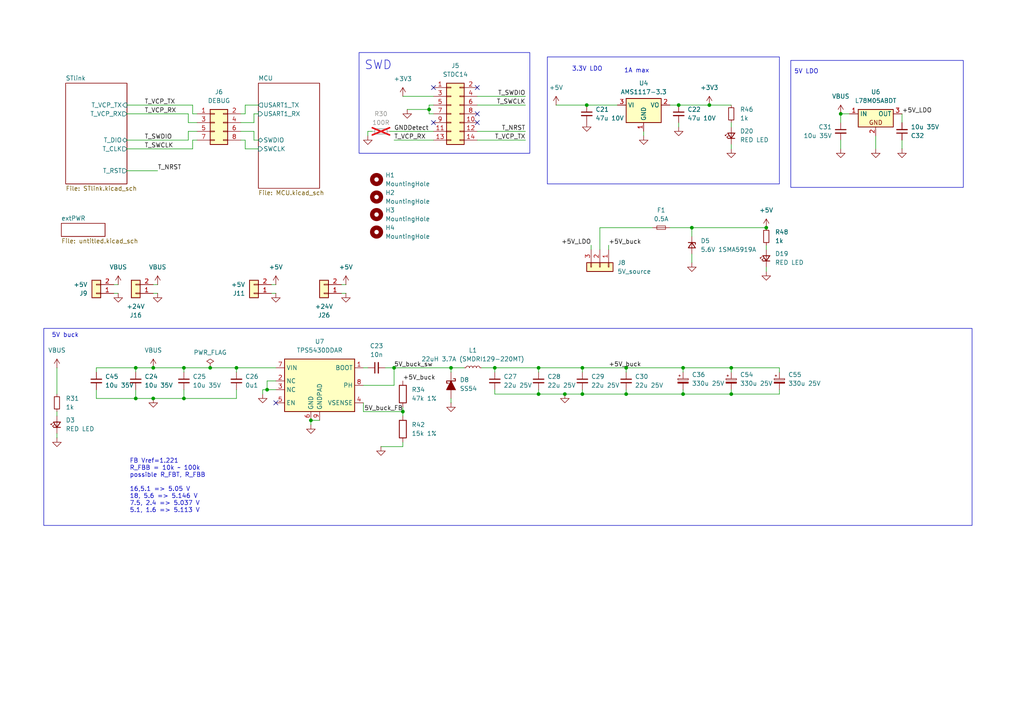
<source format=kicad_sch>
(kicad_sch (version 20231120) (generator "eeschema") (generator_version "8.0")
  (paper "A4")
  (lib_symbols
    (symbol "Connector_Generic:Conn_01x02" (pin_names (offset 1.016) hide)
      (property "Reference" "J" (at 0 2.54 0))
      (property "Value" "Conn_01x02" (at 0 -5.08 0))
      (symbol "Conn_01x02_1_1"
        (rectangle (start -1.27 -2.413) (end 0 -2.667) (stroke (width 0.1524)))
        (rectangle (start -1.27 0.127) (end 0 -0.127) (stroke (width 0.1524)))
        (rectangle (start -1.27 1.27) (end 1.27 -3.81) (stroke (width 0.254)) (fill (type background)))
        (pin passive line (at -5.08 0 0) (length 3.81) (name "Pin_1") (number "1"))
        (pin passive line (at -5.08 -2.54 0) (length 3.81) (name "Pin_2") (number "2"))
      )
    )
    (symbol "Connector_Generic:Conn_01x03" (pin_names (offset 1.016) hide)
      (property "Reference" "J" (at 0 5.08 0))
      (property "Value" "Conn_01x03" (at 0 -5.08 0))
      (symbol "Conn_01x03_1_1"
        (rectangle (start -1.27 -2.413) (end 0 -2.667) (stroke (width 0.1524)))
        (rectangle (start -1.27 0.127) (end 0 -0.127) (stroke (width 0.1524)))
        (rectangle (start -1.27 2.667) (end 0 2.413) (stroke (width 0.1524)))
        (rectangle (start -1.27 3.81) (end 1.27 -3.81) (stroke (width 0.254)) (fill (type background)))
        (pin passive line (at -5.08 2.54 0) (length 3.81) (name "Pin_1") (number "1"))
        (pin passive line (at -5.08 0 0) (length 3.81) (name "Pin_2") (number "2"))
        (pin passive line (at -5.08 -2.54 0) (length 3.81) (name "Pin_3") (number "3"))
      )
    )
    (symbol "Connector_Generic:Conn_02x04_Odd_Even" (pin_names (offset 1.016) hide)
      (property "Reference" "J" (at 1.27 5.08 0))
      (property "Value" "Conn_02x04_Odd_Even" (at 1.27 -7.62 0))
      (symbol "Conn_02x04_Odd_Even_1_1"
        (rectangle (start -1.27 -4.953) (end 0 -5.207) (stroke (width 0.1524)))
        (rectangle (start -1.27 -2.413) (end 0 -2.667) (stroke (width 0.1524)))
        (rectangle (start -1.27 0.127) (end 0 -0.127) (stroke (width 0.1524)))
        (rectangle (start -1.27 2.667) (end 0 2.413) (stroke (width 0.1524)))
        (rectangle (start -1.27 3.81) (end 3.81 -6.35) (stroke (width 0.254)) (fill (type background)))
        (rectangle (start 3.81 -4.953) (end 2.54 -5.207) (stroke (width 0.1524)))
        (rectangle (start 3.81 -2.413) (end 2.54 -2.667) (stroke (width 0.1524)))
        (rectangle (start 3.81 0.127) (end 2.54 -0.127) (stroke (width 0.1524)))
        (rectangle (start 3.81 2.667) (end 2.54 2.413) (stroke (width 0.1524)))
        (pin passive line (at -5.08 2.54 0) (length 3.81) (name "Pin_1") (number "1"))
        (pin passive line (at 7.62 2.54 180) (length 3.81) (name "Pin_2") (number "2"))
        (pin passive line (at -5.08 0 0) (length 3.81) (name "Pin_3") (number "3"))
        (pin passive line (at 7.62 0 180) (length 3.81) (name "Pin_4") (number "4"))
        (pin passive line (at -5.08 -2.54 0) (length 3.81) (name "Pin_5") (number "5"))
        (pin passive line (at 7.62 -2.54 180) (length 3.81) (name "Pin_6") (number "6"))
        (pin passive line (at -5.08 -5.08 0) (length 3.81) (name "Pin_7") (number "7"))
        (pin passive line (at 7.62 -5.08 180) (length 3.81) (name "Pin_8") (number "8"))
      )
    )
    (symbol "Connector_Generic:Conn_02x07_Odd_Even" (pin_names (offset 1.016) hide)
      (property "Reference" "J" (at 1.27 10.16 0))
      (property "Value" "Conn_02x07_Odd_Even" (at 1.27 -10.16 0))
      (symbol "Conn_02x07_Odd_Even_1_1"
        (rectangle (start -1.27 -7.493) (end 0 -7.747) (stroke (width 0.1524)))
        (rectangle (start -1.27 -4.953) (end 0 -5.207) (stroke (width 0.1524)))
        (rectangle (start -1.27 -2.413) (end 0 -2.667) (stroke (width 0.1524)))
        (rectangle (start -1.27 0.127) (end 0 -0.127) (stroke (width 0.1524)))
        (rectangle (start -1.27 2.667) (end 0 2.413) (stroke (width 0.1524)))
        (rectangle (start -1.27 5.207) (end 0 4.953) (stroke (width 0.1524)))
        (rectangle (start -1.27 7.747) (end 0 7.493) (stroke (width 0.1524)))
        (rectangle (start -1.27 8.89) (end 3.81 -8.89) (stroke (width 0.254)) (fill (type background)))
        (rectangle (start 3.81 -7.493) (end 2.54 -7.747) (stroke (width 0.1524)))
        (rectangle (start 3.81 -4.953) (end 2.54 -5.207) (stroke (width 0.1524)))
        (rectangle (start 3.81 -2.413) (end 2.54 -2.667) (stroke (width 0.1524)))
        (rectangle (start 3.81 0.127) (end 2.54 -0.127) (stroke (width 0.1524)))
        (rectangle (start 3.81 2.667) (end 2.54 2.413) (stroke (width 0.1524)))
        (rectangle (start 3.81 5.207) (end 2.54 4.953) (stroke (width 0.1524)))
        (rectangle (start 3.81 7.747) (end 2.54 7.493) (stroke (width 0.1524)))
        (pin passive line (at -5.08 7.62 0) (length 3.81) (name "Pin_1") (number "1"))
        (pin passive line (at 7.62 -2.54 180) (length 3.81) (name "Pin_10") (number "10"))
        (pin passive line (at -5.08 -5.08 0) (length 3.81) (name "Pin_11") (number "11"))
        (pin passive line (at 7.62 -5.08 180) (length 3.81) (name "Pin_12") (number "12"))
        (pin passive line (at -5.08 -7.62 0) (length 3.81) (name "Pin_13") (number "13"))
        (pin passive line (at 7.62 -7.62 180) (length 3.81) (name "Pin_14") (number "14"))
        (pin passive line (at 7.62 7.62 180) (length 3.81) (name "Pin_2") (number "2"))
        (pin passive line (at -5.08 5.08 0) (length 3.81) (name "Pin_3") (number "3"))
        (pin passive line (at 7.62 5.08 180) (length 3.81) (name "Pin_4") (number "4"))
        (pin passive line (at -5.08 2.54 0) (length 3.81) (name "Pin_5") (number "5"))
        (pin passive line (at 7.62 2.54 180) (length 3.81) (name "Pin_6") (number "6"))
        (pin passive line (at -5.08 0 0) (length 3.81) (name "Pin_7") (number "7"))
        (pin passive line (at 7.62 0 180) (length 3.81) (name "Pin_8") (number "8"))
        (pin passive line (at -5.08 -2.54 0) (length 3.81) (name "Pin_9") (number "9"))
      )
    )
    (symbol "Device:C_Polarized_Small" (pin_numbers hide) (pin_names (offset 0.254) hide)
      (property "Reference" "C" (at 0.254 1.778 0))
      (property "Value" "C_Polarized_Small" (at 0.254 -2.032 0))
      (symbol "C_Polarized_Small_0_1"
        (rectangle (start -1.524 -0.3048) (end 1.524 -0.6858) (fill (type outline)))
        (rectangle (start -1.524 0.6858) (end 1.524 0.3048))
        (polyline (pts (xy -1.27 1.524) (xy -0.762 1.524)))
        (polyline (pts (xy -1.016 1.27) (xy -1.016 1.778)))
      )
      (symbol "C_Polarized_Small_1_1"
        (pin passive line (at 0 2.54 270) (length 1.8542) (name "~") (number "1"))
        (pin passive line (at 0 -2.54 90) (length 1.8542) (name "~") (number "2"))
      )
    )
    (symbol "Device:C_Small" (pin_numbers hide) (pin_names (offset 0.254) hide)
      (property "Reference" "C" (at 0.254 1.778 0))
      (property "Value" "C_Small" (at 0.254 -2.032 0))
      (symbol "C_Small_0_1"
        (polyline (pts (xy -1.524 -0.508) (xy 1.524 -0.508)) (stroke (width 0.3302)))
        (polyline (pts (xy -1.524 0.508) (xy 1.524 0.508)) (stroke (width 0.3048)))
      )
      (symbol "C_Small_1_1"
        (pin passive line (at 0 2.54 270) (length 2.032) (name "~") (number "1"))
        (pin passive line (at 0 -2.54 90) (length 2.032) (name "~") (number "2"))
      )
    )
    (symbol "Device:D_Zener_Small" (pin_numbers hide) (pin_names (offset 0.254) hide)
      (property "Reference" "D" (at 0 2.286 0))
      (property "Value" "D_Zener_Small" (at 0 -2.286 0))
      (symbol "D_Zener_Small_0_1"
        (polyline (pts (xy 0.762 0) (xy -0.762 0)))
        (polyline (pts (xy -0.254 1.016) (xy -0.762 1.016) (xy -0.762 -1.016)) (stroke (width 0.254)))
        (polyline (pts (xy 0.762 1.016) (xy -0.762 0) (xy 0.762 -1.016) (xy 0.762 1.016)) (stroke (width 0.254)))
      )
      (symbol "D_Zener_Small_1_1"
        (pin passive line (at -2.54 0 0) (length 1.778) (name "K") (number "1"))
        (pin passive line (at 2.54 0 180) (length 1.778) (name "A") (number "2"))
      )
    )
    (symbol "Device:Fuse_Small" (pin_numbers hide) (pin_names (offset 0.254) hide)
      (property "Reference" "F" (at 0 -1.524 0))
      (property "Value" "Fuse_Small" (at 0 1.524 0))
      (symbol "Fuse_Small_0_1"
        (rectangle (start -1.27 0.508) (end 1.27 -0.508))
        (polyline (pts (xy -1.27 0) (xy 1.27 0)))
      )
      (symbol "Fuse_Small_1_1"
        (pin passive line (at -2.54 0 0) (length 1.27) (name "~") (number "1"))
        (pin passive line (at 2.54 0 180) (length 1.27) (name "~") (number "2"))
      )
    )
    (symbol "Device:LED_Small" (pin_numbers hide) (pin_names (offset 0.254) hide)
      (property "Reference" "D" (at -1.27 3.175 0))
      (property "Value" "LED_Small" (at -4.445 -2.54 0))
      (symbol "LED_Small_0_1"
        (polyline (pts (xy -0.762 -1.016) (xy -0.762 1.016)) (stroke (width 0.254)))
        (polyline (pts (xy 1.016 0) (xy -0.762 0)))
        (polyline (pts (xy 0.762 -1.016) (xy -0.762 0) (xy 0.762 1.016) (xy 0.762 -1.016)) (stroke (width 0.254)))
        (polyline (pts (xy 0 0.762) (xy -0.508 1.27) (xy -0.254 1.27) (xy -0.508 1.27) (xy -0.508 1.016)))
        (polyline (pts (xy 0.508 1.27) (xy 0 1.778) (xy 0.254 1.778) (xy 0 1.778) (xy 0 1.524)))
      )
      (symbol "LED_Small_1_1"
        (pin passive line (at -2.54 0 0) (length 1.778) (name "K") (number "1"))
        (pin passive line (at 2.54 0 180) (length 1.778) (name "A") (number "2"))
      )
    )
    (symbol "Device:L_Small" (pin_numbers hide) (pin_names (offset 0.254) hide)
      (property "Reference" "L" (at 0.762 1.016 0))
      (property "Value" "L_Small" (at 0.762 -1.016 0))
      (symbol "L_Small_0_1"
        (arc (start 0 -2.032) (mid 0.5058 -1.524) (end 0 -1.016))
        (arc (start 0 -1.016) (mid 0.5058 -0.508) (end 0 0))
        (arc (start 0 0) (mid 0.5058 0.508) (end 0 1.016))
        (arc (start 0 1.016) (mid 0.5058 1.524) (end 0 2.032))
      )
      (symbol "L_Small_1_1"
        (pin passive line (at 0 2.54 270) (length 0.508) (name "~") (number "1"))
        (pin passive line (at 0 -2.54 90) (length 0.508) (name "~") (number "2"))
      )
    )
    (symbol "Device:R" (pin_numbers hide) (pin_names (offset 0))
      (property "Reference" "R" (at 2.032 0 90))
      (property "Value" "R" (at 0 0 90))
      (symbol "R_0_1"
        (rectangle (start -1.016 -2.54) (end 1.016 2.54) (stroke (width 0.254)))
      )
      (symbol "R_1_1"
        (pin passive line (at 0 3.81 270) (length 1.27) (name "~") (number "1"))
        (pin passive line (at 0 -3.81 90) (length 1.27) (name "~") (number "2"))
      )
    )
    (symbol "Device:R_Small" (pin_numbers hide) (pin_names (offset 0.254) hide)
      (property "Reference" "R" (at 0.762 0.508 0))
      (property "Value" "R_Small" (at 0.762 -1.016 0))
      (symbol "R_Small_0_1"
        (rectangle (start -0.762 1.778) (end 0.762 -1.778) (stroke (width 0.2032)))
      )
      (symbol "R_Small_1_1"
        (pin passive line (at 0 2.54 270) (length 0.762) (name "~") (number "1"))
        (pin passive line (at 0 -2.54 90) (length 0.762) (name "~") (number "2"))
      )
    )
    (symbol "Mechanical:MountingHole" (pin_names (offset 1.016)) (exclude_from_sim yes) (in_bom no)
      (property "Reference" "H" (at 0 5.08 0))
      (property "Value" "MountingHole" (at 0 3.175 0))
      (symbol "MountingHole_0_1"
        (circle (center 0 0) (radius 1.27) (stroke (width 1.27)))
      )
    )
    (symbol "PCM_Diode_Schottky_AKL:SS54" (pin_numbers hide) (pin_names (offset 1.016) hide)
      (property "Reference" "D" (at 0 5.08 0))
      (property "Value" "SS54" (at 0 2.54 0))
      (symbol "SS54_0_1"
        (polyline (pts (xy -1.27 0) (xy 1.27 0)))
        (polyline (pts (xy -1.27 -1.27) (xy -1.27 1.27) (xy 1.27 0) (xy -1.27 -1.27)) (stroke (width 0.254)) (fill (type outline)))
        (polyline (pts (xy 1.905 -0.762) (xy 1.905 -1.27) (xy 1.27 -1.27) (xy 1.27 1.27) (xy 0.635 1.27) (xy 0.635 0.762)) (stroke (width 0.254)))
      )
      (symbol "SS54_0_2"
        (polyline (pts (xy -2.54 -2.54) (xy 2.54 2.54)))
        (polyline (pts (xy 0 1.778) (xy 1.778 0)) (stroke (width 0.254)))
        (polyline (pts (xy 0 1.778) (xy -0.381 1.397) (xy 0 1.016)) (stroke (width 0.254)))
        (polyline (pts (xy 1.778 0) (xy 2.159 0.381) (xy 1.778 0.762)) (stroke (width 0.254)))
        (polyline (pts (xy -0.889 -0.889) (xy -1.778 0) (xy 0.889 0.889) (xy 0 -1.778) (xy -0.889 -0.889)) (stroke (width 0.254)) (fill (type outline)))
      )
      (symbol "SS54_1_1"
        (pin passive line (at 3.81 0 180) (length 2.54) (name "K") (number "1"))
        (pin passive line (at -3.81 0 0) (length 2.54) (name "A") (number "2"))
      )
      (symbol "SS54_1_2"
        (pin passive line (at 2.54 2.54 180) (length 0) (name "K") (number "1"))
        (pin passive line (at -2.54 -2.54 0) (length 0) (name "A") (number "2"))
      )
    )
    (symbol "PCM_Voltage_Regulator_AKL:L78M05ABDT"
      (property "Reference" "U" (at 0 6.35 0))
      (property "Value" "L78M05ABDT" (at 0 3.81 0))
      (symbol "L78M05ABDT_0_0"
        (rectangle (start -5.08 1.27) (end 5.08 -3.81) (stroke (width 0.254)) (fill (type background)))
        (text "GND" (at 0 -2.54 0) (effects (font (size 1.27 1.27))))
      )
      (symbol "L78M05ABDT_1_1"
        (pin power_in line (at -7.62 0 0) (length 2.54) (name "IN") (number "1"))
        (pin power_in line (at 0 -6.35 90) (length 2.54) (name "~") (number "2"))
        (pin power_out line (at 7.62 0 180) (length 2.54) (name "OUT") (number "3"))
      )
    )
    (symbol "Regulator_Linear:AMS1117-3.3"
      (property "Reference" "U" (at -3.81 3.175 0))
      (property "Value" "AMS1117-3.3" (at 0 3.175 0))
      (symbol "AMS1117-3.3_0_1"
        (rectangle (start -5.08 -5.08) (end 5.08 1.905) (stroke (width 0.254)) (fill (type background)))
      )
      (symbol "AMS1117-3.3_1_1"
        (pin power_in line (at 0 -7.62 90) (length 2.54) (name "GND") (number "1"))
        (pin power_out line (at 7.62 0 180) (length 2.54) (name "VO") (number "2"))
        (pin power_in line (at -7.62 0 0) (length 2.54) (name "VI") (number "3"))
      )
    )
    (symbol "nturt_kicad_lib_EP6:TPS5430DDAR"
      (property "Reference" "U" (at -10.16 8.89 0))
      (property "Value" "TPS5430DDAR" (at -1.27 8.89 0))
      (symbol "TPS5430DDAR_0_1"
        (rectangle (start -10.16 7.62) (end 10.16 -7.62) (stroke (width 0.254)) (fill (type background)))
      )
      (symbol "TPS5430DDAR_1_1"
        (pin input line (at 12.7 5.08 180) (length 2.54) (name "BOOT") (number "1"))
        (pin free line (at -12.7 1.27 0) (length 2.54) (name "NC") (number "2"))
        (pin free line (at -12.7 -1.27 0) (length 2.54) (name "NC") (number "3"))
        (pin input line (at 12.7 -5.08 180) (length 2.54) (name "VSENSE") (number "4"))
        (pin input line (at -12.7 -5.08 0) (length 2.54) (name "EN") (number "5"))
        (pin power_in line (at -2.54 -10.16 90) (length 2.54) (name "GND") (number "6"))
        (pin power_in line (at -12.7 5.08 0) (length 2.54) (name "VIN") (number "7"))
        (pin output line (at 12.7 0 180) (length 2.54) (name "PH") (number "8"))
        (pin power_in line (at 0 -10.16 90) (length 2.54) (name "GNDPAD") (number "9"))
      )
    )
    (symbol "power:+3V3" (power) (pin_numbers hide) (pin_names (offset 0) hide)
      (property "Value" "+3V3" (at 0 3.556 0))
      (symbol "+3V3_0_1"
        (polyline (pts (xy -0.762 1.27) (xy 0 2.54)))
        (polyline (pts (xy 0 0) (xy 0 2.54)))
        (polyline (pts (xy 0 2.54) (xy 0.762 1.27)))
      )
      (symbol "+3V3_1_1"
        (pin power_in line (at 0 0 90) (length 0) (name "~") (number "1"))
      )
    )
    (symbol "power:+5V" (power) (pin_numbers hide) (pin_names (offset 0) hide)
      (property "Value" "+5V" (at 0 3.556 0))
      (symbol "+5V_0_1"
        (polyline (pts (xy -0.762 1.27) (xy 0 2.54)))
        (polyline (pts (xy 0 0) (xy 0 2.54)))
        (polyline (pts (xy 0 2.54) (xy 0.762 1.27)))
      )
      (symbol "+5V_1_1"
        (pin power_in line (at 0 0 90) (length 0) (name "~") (number "1"))
      )
    )
    (symbol "power:GND" (power) (pin_numbers hide) (pin_names (offset 0) hide)
      (property "Value" "GND" (at 0 -3.81 0))
      (symbol "GND_0_1"
        (polyline (pts (xy 0 0) (xy 0 -1.27) (xy 1.27 -1.27) (xy 0 -2.54) (xy -1.27 -1.27) (xy 0 -1.27)))
      )
      (symbol "GND_1_1"
        (pin power_in line (at 0 0 270) (length 0) (name "~") (number "1"))
      )
    )
    (symbol "power:PWR_FLAG" (power) (pin_numbers hide) (pin_names (offset 0) hide)
      (property "Value" "PWR_FLAG" (at 0 3.81 0))
      (symbol "PWR_FLAG_0_0"
        (pin power_out line (at 0 0 90) (length 0) (name "~") (number "1"))
      )
      (symbol "PWR_FLAG_0_1"
        (polyline (pts (xy 0 0) (xy 0 1.27) (xy -1.016 1.905) (xy 0 2.54) (xy 1.016 1.905) (xy 0 1.27)))
      )
    )
    (symbol "power:VBUS" (power) (pin_numbers hide) (pin_names (offset 0) hide)
      (property "Value" "VBUS" (at 0 3.556 0))
      (symbol "VBUS_0_1"
        (polyline (pts (xy -0.762 1.27) (xy 0 2.54)))
        (polyline (pts (xy 0 0) (xy 0 2.54)))
        (polyline (pts (xy 0 2.54) (xy 0.762 1.27)))
      )
      (symbol "VBUS_1_1"
        (pin power_in line (at 0 0 90) (length 0) (name "~") (number "1"))
      )
    )
  )
  (junction (at 116.84 119.38))
  (junction (at 181.61 114.3))
  (junction (at 39.37 115.57))
  (junction (at 77.47 113.03))
  (junction (at 60.96 106.68))
  (junction (at 243.84 33.02))
  (junction (at 53.34 115.57))
  (junction (at 168.91 106.68))
  (junction (at 205.74 30.48))
  (junction (at 222.25 66.04))
  (junction (at 156.21 114.3))
  (junction (at 53.34 106.68))
  (junction (at 163.83 114.3))
  (junction (at 168.91 114.3))
  (junction (at 130.81 106.68))
  (junction (at 198.12 106.68))
  (junction (at 143.51 106.68))
  (junction (at 170.18 30.48))
  (junction (at 44.45 115.57))
  (junction (at 156.21 106.68))
  (junction (at 181.61 106.68))
  (junction (at 124.46 31.75))
  (junction (at 196.85 30.48))
  (junction (at 68.58 106.68))
  (junction (at 212.09 106.68))
  (junction (at 200.66 66.04))
  (junction (at 39.37 106.68))
  (junction (at 212.09 114.3))
  (junction (at 44.45 106.68))
  (junction (at 90.17 121.92))
  (junction (at 114.3 106.68))
  (junction (at 198.12 114.3))
  (no_connect (at 138.43 25.4))
  (no_connect (at 138.43 33.02))
  (no_connect (at 80.01 116.84))
  (no_connect (at 125.73 25.4))
  (no_connect (at 125.73 35.56))
  (no_connect (at 138.43 35.56))
  (wire (pts (xy 78.74 82.55) (xy 80.01 82.55)))
  (wire (pts (xy 68.58 115.57) (xy 53.34 115.57)))
  (wire (pts (xy 39.37 115.57) (xy 44.45 115.57)))
  (wire (pts (xy 54.61 38.1) (xy 54.61 40.64)))
  (wire (pts (xy 181.61 106.68) (xy 198.12 106.68)))
  (wire (pts (xy 243.84 43.18) (xy 243.84 40.64)))
  (wire (pts (xy 73.66 38.1) (xy 73.66 40.64)))
  (wire (pts (xy 55.88 33.02) (xy 55.88 30.48)))
  (wire (pts (xy 194.31 30.48) (xy 196.85 30.48)))
  (wire (pts (xy 130.81 107.95) (xy 130.81 106.68)))
  (wire (pts (xy 261.62 43.18) (xy 261.62 40.64)))
  (wire (pts (xy 243.84 33.02) (xy 246.38 33.02)))
  (wire (pts (xy 181.61 114.3) (xy 198.12 114.3)))
  (wire (pts (xy 44.45 106.68) (xy 53.34 106.68)))
  (wire (pts (xy 114.3 106.68) (xy 114.3 111.76)))
  (wire (pts (xy 33.02 82.55) (xy 34.29 82.55)))
  (wire (pts (xy 107.95 38.1) (xy 106.68 38.1)))
  (wire (pts (xy 171.45 72.39) (xy 171.45 71.12)))
  (wire (pts (xy 143.51 114.3) (xy 143.51 113.03)))
  (wire (pts (xy 33.02 85.09) (xy 34.29 85.09)))
  (wire (pts (xy 226.06 114.3) (xy 226.06 113.03)))
  (wire (pts (xy 198.12 114.3) (xy 198.12 113.03)))
  (wire (pts (xy 212.09 114.3) (xy 212.09 113.03)))
  (wire (pts (xy 116.84 119.38) (xy 116.84 120.65)))
  (wire (pts (xy 189.23 66.04) (xy 173.99 66.04)))
  (wire (pts (xy 54.61 38.1) (xy 57.15 38.1)))
  (wire (pts (xy 27.94 115.57) (xy 39.37 115.57)))
  (wire (pts (xy 36.83 40.64) (xy 54.61 40.64)))
  (wire (pts (xy 138.43 27.94) (xy 152.4 27.94)))
  (wire (pts (xy 105.41 106.68) (xy 106.68 106.68)))
  (wire (pts (xy 36.83 49.53) (xy 45.72 49.53)))
  (wire (pts (xy 73.66 40.64) (xy 74.93 40.64)))
  (wire (pts (xy 130.81 106.68) (xy 134.62 106.68)))
  (wire (pts (xy 68.58 106.68) (xy 80.01 106.68)))
  (wire (pts (xy 181.61 114.3) (xy 168.91 114.3)))
  (wire (pts (xy 27.94 107.95) (xy 27.94 106.68)))
  (wire (pts (xy 71.12 43.18) (xy 74.93 43.18)))
  (wire (pts (xy 36.83 30.48) (xy 55.88 30.48)))
  (wire (pts (xy 69.85 40.64) (xy 71.12 40.64)))
  (wire (pts (xy 222.25 78.74) (xy 222.25 77.47)))
  (wire (pts (xy 54.61 35.56) (xy 54.61 33.02)))
  (wire (pts (xy 243.84 35.56) (xy 243.84 33.02)))
  (wire (pts (xy 55.88 40.64) (xy 55.88 43.18)))
  (wire (pts (xy 105.41 111.76) (xy 114.3 111.76)))
  (wire (pts (xy 124.46 30.48) (xy 124.46 31.75)))
  (wire (pts (xy 143.51 107.95) (xy 143.51 106.68)))
  (wire (pts (xy 114.3 40.64) (xy 125.73 40.64)))
  (wire (pts (xy 71.12 30.48) (xy 74.93 30.48)))
  (wire (pts (xy 54.61 35.56) (xy 57.15 35.56)))
  (wire (pts (xy 124.46 31.75) (xy 118.11 31.75)))
  (wire (pts (xy 226.06 107.95) (xy 226.06 106.68)))
  (wire (pts (xy 113.03 38.1) (xy 125.73 38.1)))
  (wire (pts (xy 198.12 106.68) (xy 198.12 107.95)))
  (wire (pts (xy 143.51 114.3) (xy 156.21 114.3)))
  (wire (pts (xy 39.37 106.68) (xy 44.45 106.68)))
  (wire (pts (xy 105.41 119.38) (xy 105.41 116.84)))
  (wire (pts (xy 200.66 66.04) (xy 200.66 68.58)))
  (wire (pts (xy 156.21 114.3) (xy 156.21 113.03)))
  (wire (pts (xy 222.25 71.12) (xy 222.25 72.39)))
  (wire (pts (xy 124.46 33.02) (xy 125.73 33.02)))
  (wire (pts (xy 16.51 106.68) (xy 16.51 114.3)))
  (wire (pts (xy 77.47 110.49) (xy 77.47 113.03)))
  (wire (pts (xy 261.62 35.56) (xy 261.62 33.02)))
  (wire (pts (xy 176.53 72.39) (xy 176.53 71.12)))
  (wire (pts (xy 226.06 114.3) (xy 212.09 114.3)))
  (wire (pts (xy 156.21 114.3) (xy 163.83 114.3)))
  (wire (pts (xy 71.12 40.64) (xy 71.12 43.18)))
  (wire (pts (xy 16.51 119.38) (xy 16.51 120.65)))
  (wire (pts (xy 130.81 116.84) (xy 130.81 115.57)))
  (wire (pts (xy 124.46 31.75) (xy 124.46 33.02)))
  (wire (pts (xy 44.45 115.57) (xy 53.34 115.57)))
  (wire (pts (xy 116.84 129.54) (xy 110.49 129.54)))
  (wire (pts (xy 212.09 114.3) (xy 198.12 114.3)))
  (wire (pts (xy 156.21 107.95) (xy 156.21 106.68)))
  (wire (pts (xy 168.91 114.3) (xy 163.83 114.3)))
  (wire (pts (xy 168.91 114.3) (xy 168.91 113.03)))
  (wire (pts (xy 170.18 30.48) (xy 179.07 30.48)))
  (wire (pts (xy 55.88 40.64) (xy 57.15 40.64)))
  (wire (pts (xy 39.37 107.95) (xy 39.37 106.68)))
  (wire (pts (xy 212.09 106.68) (xy 198.12 106.68)))
  (wire (pts (xy 44.45 85.09) (xy 45.72 85.09)))
  (wire (pts (xy 138.43 40.64) (xy 152.4 40.64)))
  (wire (pts (xy 99.06 85.09) (xy 100.33 85.09)))
  (wire (pts (xy 181.61 113.03) (xy 181.61 114.3)))
  (wire (pts (xy 44.45 82.55) (xy 45.72 82.55)))
  (wire (pts (xy 186.69 39.37) (xy 186.69 38.1)))
  (wire (pts (xy 27.94 106.68) (xy 39.37 106.68)))
  (wire (pts (xy 78.74 85.09) (xy 80.01 85.09)))
  (wire (pts (xy 116.84 119.38) (xy 105.41 119.38)))
  (wire (pts (xy 69.85 38.1) (xy 73.66 38.1)))
  (wire (pts (xy 200.66 73.66) (xy 200.66 76.2)))
  (wire (pts (xy 205.74 30.48) (xy 212.09 30.48)))
  (wire (pts (xy 90.17 123.19) (xy 90.17 121.92)))
  (wire (pts (xy 68.58 113.03) (xy 68.58 115.57)))
  (wire (pts (xy 55.88 33.02) (xy 57.15 33.02)))
  (wire (pts (xy 168.91 106.68) (xy 181.61 106.68)))
  (wire (pts (xy 53.34 106.68) (xy 53.34 107.95)))
  (wire (pts (xy 139.7 106.68) (xy 143.51 106.68)))
  (wire (pts (xy 106.68 38.1) (xy 106.68 39.37)))
  (wire (pts (xy 161.29 30.48) (xy 170.18 30.48)))
  (wire (pts (xy 212.09 35.56) (xy 212.09 36.83)))
  (wire (pts (xy 212.09 106.68) (xy 212.09 107.95)))
  (wire (pts (xy 60.96 106.68) (xy 68.58 106.68)))
  (wire (pts (xy 36.83 43.18) (xy 55.88 43.18)))
  (wire (pts (xy 73.66 35.56) (xy 73.66 33.02)))
  (wire (pts (xy 116.84 27.94) (xy 125.73 27.94)))
  (wire (pts (xy 77.47 113.03) (xy 80.01 113.03)))
  (wire (pts (xy 212.09 43.18) (xy 212.09 41.91)))
  (wire (pts (xy 114.3 106.68) (xy 130.81 106.68)))
  (wire (pts (xy 90.17 121.92) (xy 92.71 121.92)))
  (wire (pts (xy 138.43 30.48) (xy 152.4 30.48)))
  (wire (pts (xy 99.06 82.55) (xy 100.33 82.55)))
  (wire (pts (xy 125.73 30.48) (xy 124.46 30.48)))
  (wire (pts (xy 173.99 66.04) (xy 173.99 72.39)))
  (wire (pts (xy 200.66 66.04) (xy 222.25 66.04)))
  (wire (pts (xy 116.84 129.54) (xy 116.84 128.27)))
  (wire (pts (xy 71.12 33.02) (xy 71.12 30.48)))
  (wire (pts (xy 27.94 113.03) (xy 27.94 115.57)))
  (wire (pts (xy 196.85 30.48) (xy 205.74 30.48)))
  (wire (pts (xy 138.43 38.1) (xy 152.4 38.1)))
  (wire (pts (xy 156.21 106.68) (xy 168.91 106.68)))
  (wire (pts (xy 53.34 115.57) (xy 53.34 113.03)))
  (wire (pts (xy 39.37 113.03) (xy 39.37 115.57)))
  (wire (pts (xy 76.2 113.03) (xy 77.47 113.03)))
  (wire (pts (xy 16.51 127) (xy 16.51 125.73)))
  (wire (pts (xy 68.58 107.95) (xy 68.58 106.68)))
  (wire (pts (xy 69.85 33.02) (xy 71.12 33.02)))
  (wire (pts (xy 116.84 118.11) (xy 116.84 119.38)))
  (wire (pts (xy 111.76 106.68) (xy 114.3 106.68)))
  (wire (pts (xy 168.91 107.95) (xy 168.91 106.68)))
  (wire (pts (xy 80.01 110.49) (xy 77.47 110.49)))
  (wire (pts (xy 76.2 114.3) (xy 76.2 113.03)))
  (wire (pts (xy 36.83 33.02) (xy 54.61 33.02)))
  (wire (pts (xy 181.61 107.95) (xy 181.61 106.68)))
  (wire (pts (xy 194.31 66.04) (xy 200.66 66.04)))
  (wire (pts (xy 143.51 106.68) (xy 156.21 106.68)))
  (wire (pts (xy 73.66 33.02) (xy 74.93 33.02)))
  (wire (pts (xy 53.34 106.68) (xy 60.96 106.68)))
  (wire (pts (xy 254 43.18) (xy 254 39.37)))
  (wire (pts (xy 69.85 35.56) (xy 73.66 35.56)))
  (wire (pts (xy 196.85 36.83) (xy 196.85 35.56)))
  (wire (pts (xy 226.06 106.68) (xy 212.09 106.68)))
  (rectangle (start 158.75 16.51) (end 226.06 53.34))
  (rectangle (start 104.14 15.24) (end 153.67 44.45))
  (rectangle (start 229.362 17.526) (end 279.4 54.356))
  (rectangle (start 12.7 95.25) (end 281.94 152.4))
  (text "FB Vref=1.221\nR_FBB = 10k ~ 100k\npossible R_FBT, R_FBB\n\n16,5.1 => 5.05 V\n18, 5.6 => 5.146 V\n7.5, 2.4 => 5.037 V\n5.1, 1.6 => 5.113 V" (at 37.592 148.844 0) (effects (font (size 1.27 1.27)) (justify left bottom)))
  (text "5V buck" (at 14.986 98.044 0) (effects (font (size 1.27 1.27)) (justify left bottom)))
  (text "3.3V LDO" (at 165.862 20.828 0) (effects (font (size 1.27 1.27)) (justify left bottom)))
  (text "SWD" (at 105.664 17.526 0) (effects (font (size 2.54 2.54)) (justify left top)))
  (text "5V LDO" (at 233.8809 20.8312 0) (effects (font (size 1.27 1.27))))
  (text "1A max" (at 184.658 20.574 0) (effects (font (size 1.27 1.27))))
  (label "T_SWDIO" (at 152.4 27.94 180))
  (label "+5V_buck" (at 116.84 110.49 0))
  (label "GNDDetect" (at 114.3 38.1 0))
  (label "T_SWDIO" (at 41.91 40.64 0))
  (label "T_NRST" (at 152.4 38.1 180))
  (label "T_VCP_RX" (at 114.3 40.64 0))
  (label "T_VCP_TX" (at 41.91 30.48 0))
  (label "5V_buck_FB" (at 116.84 119.38 180))
  (label "+5V_buck" (at 176.53 106.68 0))
  (label "5V_buck_sw" (at 114.3 106.68 0))
  (label "T_SWCLK" (at 152.4 30.48 180))
  (label "T_VCP_RX" (at 41.91 33.02 0))
  (label "T_SWCLK" (at 41.91 43.18 0))
  (label "+5V_LDO" (at 261.62 33.02 0))
  (label "T_VCP_TX" (at 152.4 40.64 180))
  (label "+5V_LDO" (at 171.45 71.12 180))
  (label "T_NRST" (at 45.72 49.53 0))
  (label "+5V_buck" (at 176.53 71.12 0))
  (symbol (lib_id "Device:R_Small") (at 110.49 38.1 90) (unit 1) (in_bom no) (on_board no) (dnp yes)
    (property "Reference" "R30" (at 110.49 33.02 90))
    (property "Value" "100R" (at 110.49 35.56 90))
    (property "Footprint" "Resistor_SMD:R_0603_1608Metric" (effects (hide yes)))
    (property "Description" "Resistor, small symbol" (effects (hide yes)))
  )
  (symbol (lib_id "Device:C_Small") (at 27.94 110.49 0) (unit 1)
    (property "Reference" "C45" (at 30.48 109.2262 0) (effects (justify left)))
    (property "Value" "10u 35V" (at 30.48 111.7662 0) (effects (justify left)))
    (property "Footprint" "Capacitor_SMD:C_1206_3216Metric" (effects (hide yes)))
    (property "Description" "Unpolarized capacitor, small symbol" (effects (hide yes)))
  )
  (symbol (lib_id "Connector_Generic:Conn_02x04_Odd_Even") (at 62.23 35.56 0) (unit 1)
    (property "Reference" "J6" (at 63.5 26.67 0))
    (property "Value" "DEBUG" (at 63.5 29.21 0))
    (property "Footprint" "Connector_PinHeader_2.54mm:PinHeader_2x04_P2.54mm_Vertical" (effects (hide yes)))
    (property "Description" "Generic connector, double row, 02x04, odd/even pin numbering scheme (row 1 odd numbers, row 2 even numbers), script generated (kicad-library-utils/schlib/autogen/connector/)" (effects (hide yes)))
  )
  (symbol (lib_id "Regulator_Linear:AMS1117-3.3") (at 186.69 30.48 0) (unit 1)
    (property "Reference" "U4" (at 186.69 24.13 0))
    (property "Value" "AMS1117-3.3" (at 186.69 26.67 0))
    (property "Footprint" "Package_TO_SOT_SMD:SOT-223-3_TabPin2" (effects (hide yes)))
    (property "Datasheet" "http://www.advanced-monolithic.com/pdf/ds1117.pdf" (effects (hide yes)))
    (property "Description" "1A Low Dropout regulator, positive, 3.3V fixed output, SOT-223" (effects (hide yes)))
  )
  (symbol (lib_id "power:GND") (at 45.72 85.09 0) (unit 1)
    (property "Reference" "#PWR070" (effects (hide yes)))
    (property "Value" "GND" (effects (hide yes)))
    (property "Description" "Power symbol creates a global label with name \"GND\" , ground" (effects (hide yes)))
  )
  (symbol (lib_id "power:GND") (at 34.29 85.09 0) (unit 1)
    (property "Reference" "#PWR067" (effects (hide yes)))
    (property "Value" "GND" (effects (hide yes)))
    (property "Description" "Power symbol creates a global label with name \"GND\" , ground" (effects (hide yes)))
  )
  (symbol (lib_id "power:GND") (at 261.62 43.18 0) (unit 1)
    (property "Reference" "#PWR069" (effects (hide yes)))
    (property "Value" "GND" (effects (hide yes)))
    (property "Description" "Power symbol creates a global label with name \"GND\" , ground" (effects (hide yes)))
  )
  (symbol (lib_id "power:+3V3") (at 116.84 27.94 0) (unit 1)
    (property "Reference" "#PWR051" (effects (hide yes)))
    (property "Value" "+3V3" (at 116.84 22.86 0))
    (property "Description" "Power symbol creates a global label with name \"+3V3\"" (effects (hide yes)))
  )
  (symbol (lib_id "power:+5V") (at 100.33 82.55 0) (unit 1)
    (property "Reference" "#PWR097" (effects (hide yes)))
    (property "Value" "+5V" (at 100.33 77.47 0))
    (property "Description" "Power symbol creates a global label with name \"+5V\"" (effects (hide yes)))
  )
  (symbol (lib_id "power:GND") (at 76.2 114.3 0) (unit 1)
    (property "Reference" "#PWR046" (effects (hide yes)))
    (property "Value" "GND" (effects (hide yes)))
    (property "Description" "Power symbol creates a global label with name \"GND\" , ground" (effects (hide yes)))
  )
  (symbol (lib_id "power:GND") (at 106.68 39.37 0) (unit 1)
    (property "Reference" "#PWR053" (effects (hide yes)))
    (property "Value" "GND" (effects (hide yes)))
    (property "Description" "Power symbol creates a global label with name \"GND\" , ground" (effects (hide yes)))
  )
  (symbol (lib_id "power:GND") (at 186.69 39.37 0) (unit 1)
    (property "Reference" "#PWR058" (effects (hide yes)))
    (property "Value" "GND" (effects (hide yes)))
    (property "Description" "Power symbol creates a global label with name \"GND\" , ground" (effects (hide yes)))
  )
  (symbol (lib_id "Mechanical:MountingHole") (at 109.22 52.07 0) (unit 1) (exclude_from_sim yes) (in_bom no)
    (property "Reference" "H1" (at 111.76 50.8 0) (effects (justify left)))
    (property "Value" "MountingHole" (at 111.76 53.34 0) (effects (justify left)))
    (property "Footprint" "MountingHole:MountingHole_3.2mm_M3" (effects (hide yes)))
    (property "Description" "Mounting Hole without connection" (effects (hide yes)))
  )
  (symbol (lib_id "power:VBUS") (at 45.72 82.55 0) (unit 1)
    (property "Reference" "#PWR066" (effects (hide yes)))
    (property "Value" "VBUS" (at 45.72 77.47 0))
    (property "Description" "Power symbol creates a global label with name \"VBUS\"" (effects (hide yes)))
  )
  (symbol (lib_id "Mechanical:MountingHole") (at 109.22 62.23 0) (unit 1) (exclude_from_sim yes) (in_bom no)
    (property "Reference" "H3" (at 111.76 60.96 0) (effects (justify left)))
    (property "Value" "MountingHole" (at 111.76 63.5 0) (effects (justify left)))
    (property "Footprint" "MountingHole:MountingHole_3.2mm_M3" (effects (hide yes)))
    (property "Description" "Mounting Hole without connection" (effects (hide yes)))
  )
  (symbol (lib_id "Connector_Generic:Conn_01x03") (at 173.99 77.47 270) (unit 1)
    (property "Reference" "J8" (at 179.07 76.2 90) (effects (justify left)))
    (property "Value" "5V_source" (at 179.07 78.74 90) (effects (justify left)))
    (property "Footprint" "Connector_PinHeader_2.54mm:PinHeader_1x03_P2.54mm_Vertical" (effects (hide yes)))
    (property "Description" "Generic connector, single row, 01x03, script generated (kicad-library-utils/schlib/autogen/connector/)" (effects (hide yes)))
  )
  (symbol (lib_id "power:VBUS") (at 44.45 106.68 0) (unit 1)
    (property "Reference" "#PWR044" (effects (hide yes)))
    (property "Value" "VBUS" (at 44.45 101.6 0))
    (property "Description" "Power symbol creates a global label with name \"VBUS\"" (effects (hide yes)))
  )
  (symbol (lib_id "nturt_kicad_lib_EP6:TPS5430DDAR") (at 92.71 111.76 0) (unit 1)
    (property "Reference" "U7" (at 92.71 99.06 0))
    (property "Value" "TPS5430DDAR" (at 92.71 101.6 0))
    (property "Footprint" "Package_SO:TI_SO-PowerPAD-8_ThermalVias" (effects (hide yes)))
    (property "Datasheet" "http://www.ti.com/lit/ds/symlink/tps5430.pdf" (effects (hide yes)))
    (property "Description" "3A, Step Down Swift Converter, Adjustable Output Voltage, 5.5-36V Input Voltage, PowerSO-8" (effects (hide yes)))
  )
  (symbol (lib_id "Device:LED_Small") (at 222.25 74.93 90) (unit 1)
    (property "Reference" "D19" (at 224.79 73.5965 90) (effects (justify right)))
    (property "Value" "RED LED" (at 224.79 76.1365 90) (effects (justify right)))
    (property "Footprint" "LED_SMD:LED_0603_1608Metric" (effects (hide yes)))
    (property "Description" "Light emitting diode, small symbol" (effects (hide yes)))
  )
  (symbol (lib_id "Device:R") (at 116.84 114.3 0) (unit 1)
    (property "Reference" "R34" (at 119.38 113.03 0) (effects (justify left)))
    (property "Value" "47k 1%" (at 119.38 115.57 0) (effects (justify left)))
    (property "Footprint" "Resistor_SMD:R_0603_1608Metric" (effects (hide yes)))
    (property "Description" "Resistor" (effects (hide yes)))
  )
  (symbol (lib_id "Device:R_Small") (at 212.09 33.02 0) (unit 1)
    (property "Reference" "R46" (at 214.63 31.75 0) (effects (justify left)))
    (property "Value" "1k" (at 214.63 34.29 0) (effects (justify left)))
    (property "Footprint" "Resistor_SMD:R_0402_1005Metric" (effects (hide yes)))
    (property "Description" "Resistor, small symbol" (effects (hide yes)))
  )
  (symbol (lib_id "Device:R_Small") (at 16.51 116.84 0) (unit 1)
    (property "Reference" "R31" (at 19.05 115.57 0) (effects (justify left)))
    (property "Value" "1k" (at 19.05 118.11 0) (effects (justify left)))
    (property "Footprint" "Resistor_SMD:R_0402_1005Metric" (effects (hide yes)))
    (property "Description" "Resistor, small symbol" (effects (hide yes)))
  )
  (symbol (lib_id "power:GND") (at 44.45 115.57 0) (unit 1)
    (property "Reference" "#PWR048" (effects (hide yes)))
    (property "Value" "GND" (effects (hide yes)))
    (property "Description" "Power symbol creates a global label with name \"GND\" , ground" (effects (hide yes)))
  )
  (symbol (lib_id "power:+5V") (at 222.25 66.04 0) (unit 1)
    (property "Reference" "#PWR080" (effects (hide yes)))
    (property "Value" "+5V" (at 222.25 60.96 0))
    (property "Description" "Power symbol creates a global label with name \"+5V\"" (effects (hide yes)))
  )
  (symbol (lib_id "Mechanical:MountingHole") (at 109.22 57.15 0) (unit 1) (exclude_from_sim yes) (in_bom no)
    (property "Reference" "H2" (at 111.76 55.88 0) (effects (justify left)))
    (property "Value" "MountingHole" (at 111.76 58.42 0) (effects (justify left)))
    (property "Footprint" "MountingHole:MountingHole_3.2mm_M3" (effects (hide yes)))
    (property "Description" "Mounting Hole without connection" (effects (hide yes)))
  )
  (symbol (lib_id "power:GND") (at 170.18 35.56 0) (unit 1)
    (property "Reference" "#PWR056" (effects (hide yes)))
    (property "Value" "GND" (effects (hide yes)))
    (property "Description" "Power symbol creates a global label with name \"GND\" , ground" (effects (hide yes)))
  )
  (symbol (lib_id "power:GND") (at 118.11 31.75 0) (unit 1)
    (property "Reference" "#PWR052" (effects (hide yes)))
    (property "Value" "GND" (effects (hide yes)))
    (property "Description" "Power symbol creates a global label with name \"GND\" , ground" (effects (hide yes)))
  )
  (symbol (lib_id "Device:C_Polarized_Small") (at 226.06 110.49 0) (unit 1)
    (property "Reference" "C55" (at 228.6 108.6738 0) (effects (justify left)))
    (property "Value" "330u 25V" (at 228.6 111.2138 0) (effects (justify left)))
    (property "Footprint" "Capacitor_THT:CP_Radial_D8.0mm_P3.80mm" (effects (hide yes)))
    (property "Description" "Polarized capacitor, small symbol" (effects (hide yes)))
  )
  (symbol (lib_id "power:VBUS") (at 243.84 33.02 0) (unit 1)
    (property "Reference" "#PWR045" (effects (hide yes)))
    (property "Value" "VBUS" (at 243.84 27.94 0))
    (property "Description" "Power symbol creates a global label with name \"VBUS\"" (effects (hide yes)))
  )
  (symbol (lib_id "Device:L_Small") (at 137.16 106.68 90) (unit 1)
    (property "Reference" "L1" (at 137.16 101.6 90))
    (property "Value" "22uH 3.7A (SMDRI129-220MT)" (at 137.16 104.14 90))
    (property "Footprint" "Inductor_SMD:L_Bourns_SRR1260" (effects (hide yes)))
    (property "Description" "Inductor, small symbol" (effects (hide yes)))
  )
  (symbol (lib_id "power:GND") (at 254 43.18 0) (unit 1)
    (property "Reference" "#PWR043" (effects (hide yes)))
    (property "Value" "GND" (effects (hide yes)))
    (property "Description" "Power symbol creates a global label with name \"GND\" , ground" (effects (hide yes)))
  )
  (symbol (lib_id "Device:C_Small") (at 181.61 110.49 0) (unit 1)
    (property "Reference" "C30" (at 184.15 109.2262 0) (effects (justify left)))
    (property "Value" "22u 25V" (at 184.15 111.7662 0) (effects (justify left)))
    (property "Footprint" "Capacitor_SMD:C_1206_3216Metric" (effects (hide yes)))
    (property "Description" "Unpolarized capacitor, small symbol" (effects (hide yes)))
  )
  (symbol (lib_id "power:GND") (at 222.25 78.74 0) (unit 1)
    (property "Reference" "#PWR064" (effects (hide yes)))
    (property "Value" "GND" (effects (hide yes)))
    (property "Description" "Power symbol creates a global label with name \"GND\" , ground" (effects (hide yes)))
  )
  (symbol (lib_id "Mechanical:MountingHole") (at 109.22 67.31 0) (unit 1) (exclude_from_sim yes) (in_bom no)
    (property "Reference" "H4" (at 111.76 66.04 0) (effects (justify left)))
    (property "Value" "MountingHole" (at 111.76 68.58 0) (effects (justify left)))
    (property "Footprint" "MountingHole:MountingHole_3.2mm_M3" (effects (hide yes)))
    (property "Description" "Mounting Hole without connection" (effects (hide yes)))
  )
  (symbol (lib_id "PCM_Voltage_Regulator_AKL:L78M05ABDT") (at 254 33.02 0) (unit 1)
    (property "Reference" "U6" (at 254 26.67 0))
    (property "Value" "L78M05ABDT" (at 254 29.21 0))
    (property "Footprint" "PCM_Package_TO_SOT_SMD_AKL:TO-252-2" (effects (hide yes)))
    (property "Datasheet" "https://www.tme.eu/Document/4c19afbd0cbf5bc0f90e84076ef5e976/78Mxx.pdf" (effects (hide yes)))
    (property "Description" "TO-252 5V 0.5A 3-terminal voltage regulator, Alternate KiCad Library" (effects (hide yes)))
  )
  (symbol (lib_id "Device:D_Zener_Small") (at 200.66 71.12 270) (unit 1)
    (property "Reference" "D5" (at 203.2 69.85 90) (effects (justify left)))
    (property "Value" "5.6V 1SMA5919A" (at 203.2 72.39 90) (effects (justify left)))
    (property "Footprint" "Diode_SMD:D_SMA" (effects (hide yes)))
    (property "Description" "Zener diode, small symbol" (effects (hide yes)))
  )
  (symbol (lib_id "Device:C_Small") (at 143.51 110.49 0) (unit 1)
    (property "Reference" "C27" (at 146.05 109.2262 0) (effects (justify left)))
    (property "Value" "22u 25V" (at 146.05 111.7662 0) (effects (justify left)))
    (property "Footprint" "Capacitor_SMD:C_1206_3216Metric" (effects (hide yes)))
    (property "Description" "Unpolarized capacitor, small symbol" (effects (hide yes)))
  )
  (symbol (lib_id "Connector_Generic:Conn_01x02") (at 93.98 85.09 180) (unit 1)
    (property "Reference" "J26" (at 93.98 91.44 0))
    (property "Value" "+24V" (at 93.98 88.9 0))
    (property "Footprint" "TerminalBlock_TE-Connectivity:TerminalBlock_TE_282834-2_1x02_P2.54mm_Horizontal" (effects (hide yes)))
    (property "Description" "Generic connector, single row, 01x02, script generated (kicad-library-utils/schlib/autogen/connector/)" (effects (hide yes)))
  )
  (symbol (lib_id "power:GND") (at 110.49 129.54 0) (unit 1)
    (property "Reference" "#PWR063" (effects (hide yes)))
    (property "Value" "GND" (effects (hide yes)))
    (property "Description" "Power symbol creates a global label with name \"GND\" , ground" (effects (hide yes)))
  )
  (symbol (lib_id "Device:R_Small") (at 222.25 68.58 0) (unit 1)
    (property "Reference" "R48" (at 224.79 67.31 0) (effects (justify left)))
    (property "Value" "1k" (at 224.79 69.85 0) (effects (justify left)))
    (property "Footprint" "Resistor_SMD:R_0402_1005Metric" (effects (hide yes)))
    (property "Description" "Resistor, small symbol" (effects (hide yes)))
  )
  (symbol (lib_id "power:GND") (at 90.17 123.19 0) (unit 1)
    (property "Reference" "#PWR061" (effects (hide yes)))
    (property "Value" "GND" (effects (hide yes)))
    (property "Description" "Power symbol creates a global label with name \"GND\" , ground" (effects (hide yes)))
  )
  (symbol (lib_id "power:+5V") (at 161.29 30.48 0) (unit 1)
    (property "Reference" "#PWR055" (effects (hide yes)))
    (property "Value" "+5V" (at 161.29 25.4 0))
    (property "Description" "Power symbol creates a global label with name \"+5V\"" (effects (hide yes)))
  )
  (symbol (lib_id "Device:R") (at 116.84 124.46 0) (unit 1)
    (property "Reference" "R42" (at 119.38 123.19 0) (effects (justify left)))
    (property "Value" "15k 1%" (at 119.38 125.73 0) (effects (justify left)))
    (property "Footprint" "Resistor_SMD:R_0603_1608Metric" (effects (hide yes)))
    (property "Description" "Resistor" (effects (hide yes)))
  )
  (symbol (lib_id "Device:C_Small") (at 196.85 33.02 0) (unit 1)
    (property "Reference" "C22" (at 199.39 31.75 0) (effects (justify left)))
    (property "Value" "47u 10V" (at 199.39 34.29 0) (effects (justify left)))
    (property "Footprint" "Capacitor_SMD:C_1206_3216Metric" (effects (hide yes)))
    (property "Description" "Unpolarized capacitor, small symbol" (effects (hide yes)))
  )
  (symbol (lib_id "Device:LED_Small") (at 16.51 123.19 90) (unit 1)
    (property "Reference" "D3" (at 19.05 121.8565 90) (effects (justify right)))
    (property "Value" "RED LED" (at 19.05 124.3965 90) (effects (justify right)))
    (property "Footprint" "LED_SMD:LED_0603_1608Metric" (effects (hide yes)))
    (property "Description" "Light emitting diode, small symbol" (effects (hide yes)))
  )
  (symbol (lib_id "Device:C_Small") (at 243.84 38.1 0) (mirror y) (unit 1)
    (property "Reference" "C31" (at 241.3 36.8362 0) (effects (justify left)))
    (property "Value" "10u 35V" (at 241.3 39.3762 0) (effects (justify left)))
    (property "Footprint" "Capacitor_SMD:C_1206_3216Metric" (effects (hide yes)))
    (property "Description" "Unpolarized capacitor, small symbol" (effects (hide yes)))
  )
  (symbol (lib_id "Device:C_Small") (at 156.21 110.49 0) (unit 1)
    (property "Reference" "C28" (at 158.75 109.2262 0) (effects (justify left)))
    (property "Value" "22u 25V" (at 158.75 111.7662 0) (effects (justify left)))
    (property "Footprint" "Capacitor_SMD:C_1206_3216Metric" (effects (hide yes)))
    (property "Description" "Unpolarized capacitor, small symbol" (effects (hide yes)))
  )
  (symbol (lib_id "power:VBUS") (at 34.29 82.55 0) (unit 1)
    (property "Reference" "#PWR065" (effects (hide yes)))
    (property "Value" "VBUS" (at 34.29 77.47 0))
    (property "Description" "Power symbol creates a global label with name \"VBUS\"" (effects (hide yes)))
  )
  (symbol (lib_id "Device:C_Polarized_Small") (at 212.09 110.49 0) (unit 1)
    (property "Reference" "C54" (at 214.63 108.6738 0) (effects (justify left)))
    (property "Value" "330u 25V" (at 214.63 111.2138 0) (effects (justify left)))
    (property "Footprint" "Capacitor_THT:CP_Radial_D8.0mm_P3.80mm" (effects (hide yes)))
    (property "Description" "Polarized capacitor, small symbol" (effects (hide yes)))
  )
  (symbol (lib_id "Connector_Generic:Conn_01x02") (at 27.94 85.09 180) (unit 1)
    (property "Reference" "J9" (at 25.4 85.09 0) (effects (justify left)))
    (property "Value" "+5V" (at 25.4 82.55 0) (effects (justify left)))
    (property "Footprint" "Connector_JST:JST_XH_S2B-XH-A_1x02_P2.50mm_Horizontal" (effects (hide yes)))
    (property "Description" "Generic connector, single row, 01x02, script generated (kicad-library-utils/schlib/autogen/connector/)" (effects (hide yes)))
  )
  (symbol (lib_id "power:GND") (at 130.81 116.84 0) (unit 1)
    (property "Reference" "#PWR049" (effects (hide yes)))
    (property "Value" "GND" (effects (hide yes)))
    (property "Description" "Power symbol creates a global label with name \"GND\" , ground" (effects (hide yes)))
  )
  (symbol (lib_id "power:+5V") (at 80.01 82.55 0) (unit 1)
    (property "Reference" "#PWR098" (effects (hide yes)))
    (property "Value" "+5V" (at 80.01 77.47 0))
    (property "Description" "Power symbol creates a global label with name \"+5V\"" (effects (hide yes)))
  )
  (symbol (lib_id "Device:C_Polarized_Small") (at 198.12 110.49 0) (unit 1)
    (property "Reference" "C36" (at 200.66 108.6738 0) (effects (justify left)))
    (property "Value" "330u 25V" (at 200.66 111.2138 0) (effects (justify left)))
    (property "Footprint" "Capacitor_THT:CP_Radial_D8.0mm_P3.80mm" (effects (hide yes)))
    (property "Description" "Polarized capacitor, small symbol" (effects (hide yes)))
  )
  (symbol (lib_id "power:GND") (at 80.01 85.09 0) (unit 1)
    (property "Reference" "#PWR072" (effects (hide yes)))
    (property "Value" "GND" (effects (hide yes)))
    (property "Description" "Power symbol creates a global label with name \"GND\" , ground" (effects (hide yes)))
  )
  (symbol (lib_id "Connector_Generic:Conn_02x07_Odd_Even") (at 130.81 33.02 0) (unit 1)
    (property "Reference" "J5" (at 132.08 19.05 0))
    (property "Value" "STDC14" (at 132.08 21.59 0))
    (property "Footprint" "nturt_kicad_lib_EP6:box_header_14P_pitch127" (effects (hide yes)))
    (property "Description" "Generic connector, double row, 02x07, odd/even pin numbering scheme (row 1 odd numbers, row 2 even numbers), script generated (kicad-library-utils/schlib/autogen/connector/)" (effects (hide yes)))
  )
  (symbol (lib_id "Device:LED_Small") (at 212.09 39.37 90) (unit 1)
    (property "Reference" "D20" (at 214.63 38.0365 90) (effects (justify right)))
    (property "Value" "RED LED" (at 214.63 40.5765 90) (effects (justify right)))
    (property "Footprint" "LED_SMD:LED_0603_1608Metric" (effects (hide yes)))
    (property "Description" "Light emitting diode, small symbol" (effects (hide yes)))
  )
  (symbol (lib_id "power:GND") (at 163.83 114.3 0) (unit 1)
    (property "Reference" "#PWR047" (effects (hide yes)))
    (property "Value" "GND" (effects (hide yes)))
    (property "Description" "Power symbol creates a global label with name \"GND\" , ground" (effects (hide yes)))
  )
  (symbol (lib_id "Device:C_Small") (at 109.22 106.68 90) (unit 1)
    (property "Reference" "C23" (at 109.2263 100.33 90))
    (property "Value" "10n" (at 109.2263 102.87 90))
    (property "Footprint" "Capacitor_SMD:C_0603_1608Metric" (effects (hide yes)))
    (property "Description" "Unpolarized capacitor, small symbol" (effects (hide yes)))
  )
  (symbol (lib_id "Connector_Generic:Conn_01x02") (at 39.37 85.09 180) (unit 1)
    (property "Reference" "J16" (at 39.37 91.44 0))
    (property "Value" "+24V" (at 39.37 88.9 0))
    (property "Footprint" "TerminalBlock_TE-Connectivity:TerminalBlock_TE_282834-2_1x02_P2.54mm_Horizontal" (effects (hide yes)))
    (property "Description" "Generic connector, single row, 01x02, script generated (kicad-library-utils/schlib/autogen/connector/)" (effects (hide yes)))
  )
  (symbol (lib_id "Device:C_Small") (at 68.58 110.49 180) (unit 1)
    (property "Reference" "C26" (at 71.12 109.2135 0) (effects (justify right)))
    (property "Value" "0u1" (at 71.12 111.7535 0) (effects (justify right)))
    (property "Footprint" "Capacitor_SMD:C_0603_1608Metric" (effects (hide yes)))
    (property "Description" "Unpolarized capacitor, small symbol" (effects (hide yes)))
  )
  (symbol (lib_id "Device:C_Small") (at 168.91 110.49 0) (unit 1)
    (property "Reference" "C29" (at 171.45 109.2262 0) (effects (justify left)))
    (property "Value" "22u 25V" (at 171.45 111.7662 0) (effects (justify left)))
    (property "Footprint" "Capacitor_SMD:C_1206_3216Metric" (effects (hide yes)))
    (property "Description" "Unpolarized capacitor, small symbol" (effects (hide yes)))
  )
  (symbol (lib_id "power:PWR_FLAG") (at 60.96 106.68 0) (mirror y) (unit 1)
    (property "Reference" "#FLG02" (effects (hide yes)))
    (property "Value" "PWR_FLAG" (at 60.96 102.235 0))
    (property "Description" "Special symbol for telling ERC where power comes from" (effects (hide yes)))
  )
  (symbol (lib_id "Device:Fuse_Small") (at 191.77 66.04 0) (unit 1)
    (property "Reference" "F1" (at 191.77 60.96 0))
    (property "Value" "0.5A" (at 191.77 63.5 0))
    (property "Footprint" "Fuse:Fuse_1206_3216Metric" (effects (hide yes)))
    (property "Description" "Fuse, small symbol" (effects (hide yes)))
  )
  (symbol (lib_id "power:GND") (at 196.85 36.83 0) (unit 1)
    (property "Reference" "#PWR057" (effects (hide yes)))
    (property "Value" "GND" (effects (hide yes)))
    (property "Description" "Power symbol creates a global label with name \"GND\" , ground" (effects (hide yes)))
  )
  (symbol (lib_id "PCM_Diode_Schottky_AKL:SS54") (at 130.81 111.76 90) (unit 1)
    (property "Reference" "D8" (at 133.35 110.1724 90) (effects (justify right)))
    (property "Value" "SS54" (at 133.35 112.7124 90) (effects (justify right)))
    (property "Footprint" "Diode_SMD:D_SMA" (effects (hide yes)))
    (property "Datasheet" "https://www.laro.com.pl/pdf/ss56.pdf" (effects (hide yes)))
    (property "Description" "SMC Schottky diode, 40V, 5A, Alternate KiCAD Library" (effects (hide yes)))
  )
  (symbol (lib_id "power:GND") (at 212.09 43.18 0) (unit 1)
    (property "Reference" "#PWR081" (effects (hide yes)))
    (property "Value" "GND" (effects (hide yes)))
    (property "Description" "Power symbol creates a global label with name \"GND\" , ground" (effects (hide yes)))
  )
  (symbol (lib_id "power:GND") (at 243.84 43.18 0) (unit 1)
    (property "Reference" "#PWR068" (effects (hide yes)))
    (property "Value" "GND" (effects (hide yes)))
    (property "Description" "Power symbol creates a global label with name \"GND\" , ground" (effects (hide yes)))
  )
  (symbol (lib_id "power:VBUS") (at 16.51 106.68 0) (unit 1)
    (property "Reference" "#PWR062" (effects (hide yes)))
    (property "Value" "VBUS" (at 16.51 101.6 0))
    (property "Description" "Power symbol creates a global label with name \"VBUS\"" (effects (hide yes)))
  )
  (symbol (lib_id "Connector_Generic:Conn_01x02") (at 73.66 85.09 180) (unit 1)
    (property "Reference" "J11" (at 71.12 85.09 0) (effects (justify left)))
    (property "Value" "+5V" (at 71.12 82.55 0) (effects (justify left)))
    (property "Footprint" "Connector_JST:JST_XH_S2B-XH-A_1x02_P2.50mm_Horizontal" (effects (hide yes)))
    (property "Description" "Generic connector, single row, 01x02, script generated (kicad-library-utils/schlib/autogen/connector/)" (effects (hide yes)))
  )
  (symbol (lib_id "Device:C_Small") (at 53.34 110.49 0) (unit 1)
    (property "Reference" "C25" (at 55.88 109.2262 0) (effects (justify left)))
    (property "Value" "10u 35V" (at 55.88 111.7662 0) (effects (justify left)))
    (property "Footprint" "Capacitor_SMD:C_1206_3216Metric" (effects (hide yes)))
    (property "Description" "Unpolarized capacitor, small symbol" (effects (hide yes)))
  )
  (symbol (lib_id "Device:C_Small") (at 261.62 38.1 0) (mirror x) (unit 1)
    (property "Reference" "C32" (at 264.16 39.3638 0) (effects (justify left)))
    (property "Value" "10u 35V" (at 264.16 36.8238 0) (effects (justify left)))
    (property "Footprint" "Capacitor_SMD:C_1206_3216Metric" (effects (hide yes)))
    (property "Description" "Unpolarized capacitor, small symbol" (effects (hide yes)))
  )
  (symbol (lib_id "power:GND") (at 100.33 85.09 0) (unit 1)
    (property "Reference" "#PWR096" (effects (hide yes)))
    (property "Value" "GND" (effects (hide yes)))
    (property "Description" "Power symbol creates a global label with name \"GND\" , ground" (effects (hide yes)))
  )
  (symbol (lib_id "power:+3V3") (at 205.74 30.48 0) (unit 1)
    (property "Reference" "#PWR054" (effects (hide yes)))
    (property "Value" "+3V3" (at 205.74 25.4 0))
    (property "Description" "Power symbol creates a global label with name \"+3V3\"" (effects (hide yes)))
  )
  (symbol (lib_id "Device:C_Small") (at 39.37 110.49 0) (unit 1)
    (property "Reference" "C24" (at 41.91 109.2262 0) (effects (justify left)))
    (property "Value" "10u 35V" (at 41.91 111.7662 0) (effects (justify left)))
    (property "Footprint" "Capacitor_SMD:C_1206_3216Metric" (effects (hide yes)))
    (property "Description" "Unpolarized capacitor, small symbol" (effects (hide yes)))
  )
  (symbol (lib_id "Device:C_Small") (at 170.18 33.02 0) (unit 1)
    (property "Reference" "C21" (at 172.72 31.75 0) (effects (justify left)))
    (property "Value" "47u 10V" (at 172.72 34.29 0) (effects (justify left)))
    (property "Footprint" "Capacitor_SMD:C_1206_3216Metric" (effects (hide yes)))
    (property "Description" "Unpolarized capacitor, small symbol" (effects (hide yes)))
  )
  (symbol (lib_id "power:GND") (at 200.66 76.2 0) (unit 1)
    (property "Reference" "#PWR060" (effects (hide yes)))
    (property "Value" "GND" (effects (hide yes)))
    (property "Description" "Power symbol creates a global label with name \"GND\" , ground" (effects (hide yes)))
  )
  (symbol (lib_id "power:GND") (at 16.51 127 0) (unit 1)
    (property "Reference" "#PWR059" (effects (hide yes)))
    (property "Value" "GND" (effects (hide yes)))
    (property "Description" "Power symbol creates a global label with name \"GND\" , ground" (effects (hide yes)))
  )
  (sheet (at 19.05 24.13) (size 17.78 29.21) (stroke (width 0.1524))
    (property "Sheetname" "STlink" (at 19.05 23.4184 0) (effects (justify left bottom)))
    (property "Sheetfile" "STlink.kicad_sch" (at 19.05 53.9246 0) (effects (justify left top)))
    (pin "T_RST" output (at 36.83 49.53 0))
    (pin "T_VCP_RX" output (at 36.83 33.02 0))
    (pin "T_CLK" output (at 36.83 43.18 0))
    (pin "T_DIO" bidirectional (at 36.83 40.64 0))
    (pin "T_VCP_TX" input (at 36.83 30.48 0))
  )
  (sheet (at 17.78 64.77) (size 12.7 3.81) (stroke (width 0.1524))
    (property "Sheetname" "extPWR" (at 17.78 64.0584 0) (effects (justify left bottom)))
    (property "Sheetfile" "untitled.kicad_sch" (at 17.78 69.1646 0) (effects (justify left top)))
  )
  (sheet (at 74.93 24.13) (size 17.78 30.48) (stroke (width 0.1524))
    (property "Sheetname" "MCU" (at 74.93 23.4184 0) (effects (justify left bottom)))
    (property "Sheetfile" "MCU.kicad_sch" (at 74.93 55.1946 0) (effects (justify left top)))
    (pin "USART1_TX" output (at 74.93 30.48 180))
    (pin "USART1_RX" input (at 74.93 33.02 180))
    (pin "SWDIO" bidirectional (at 74.93 40.64 180))
    (pin "SWCLK" input (at 74.93 43.18 180))
  )
)
</source>
